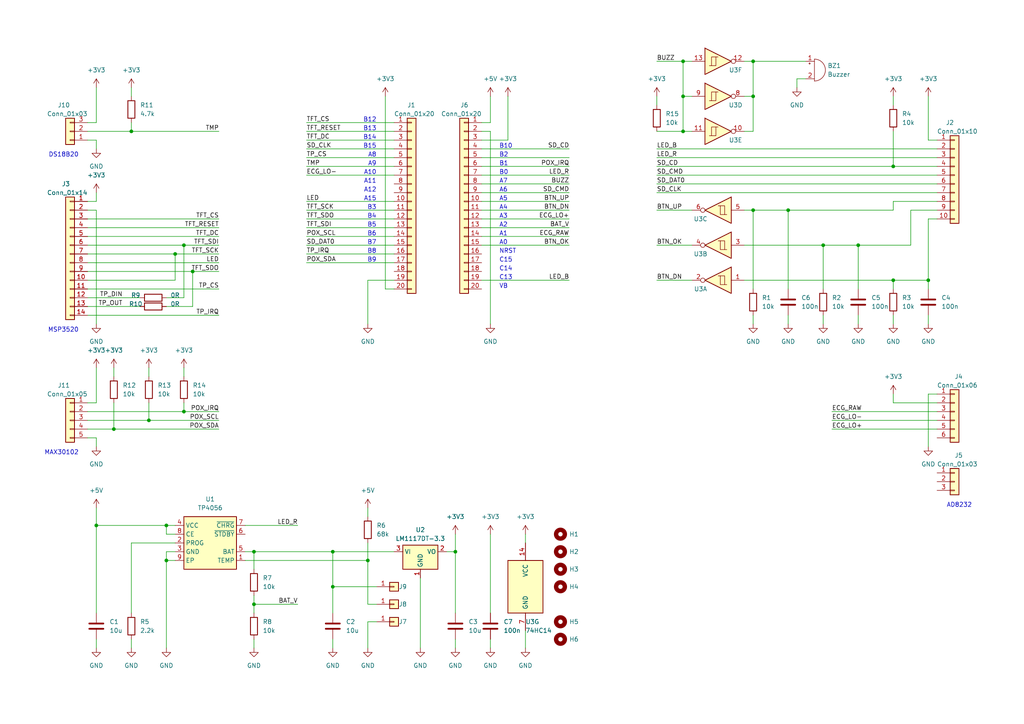
<source format=kicad_sch>
(kicad_sch (version 20230121) (generator eeschema)
  (paper "A4")
  (lib_symbols
    (symbol "74xx:74HC14" (pin_names (offset 1.016))
      (property "Reference" "U" (at 0 1.27 0))
      (property "Value" "74HC14" (at 0 -1.27 0))
      (symbol "74HC14_1_0"
        (pin input line (at -7.62 0 0) (length 3.81) (name "~") (number "1"))
        (pin output inverted (at 7.62 0 180) (length 3.81) (name "~") (number "2"))
      )
      (symbol "74HC14_2_0"
        (pin input line (at -7.62 0 0) (length 3.81) (name "~") (number "3"))
        (pin output inverted (at 7.62 0 180) (length 3.81) (name "~") (number "4"))
      )
      (symbol "74HC14_3_0"
        (pin input line (at -7.62 0 0) (length 3.81) (name "~") (number "5"))
        (pin output inverted (at 7.62 0 180) (length 3.81) (name "~") (number "6"))
      )
      (symbol "74HC14_4_0"
        (pin output inverted (at 7.62 0 180) (length 3.81) (name "~") (number "8"))
        (pin input line (at -7.62 0 0) (length 3.81) (name "~") (number "9"))
      )
      (symbol "74HC14_5_0"
        (pin output inverted (at 7.62 0 180) (length 3.81) (name "~") (number "10"))
        (pin input line (at -7.62 0 0) (length 3.81) (name "~") (number "11"))
      )
      (symbol "74HC14_6_0"
        (pin output inverted (at 7.62 0 180) (length 3.81) (name "~") (number "12"))
        (pin input line (at -7.62 0 0) (length 3.81) (name "~") (number "13"))
      )
      (symbol "74HC14_7_0"
        (pin power_in line (at 0 12.7 270) (length 5.08) (name "VCC") (number "14"))
        (pin power_in line (at 0 -12.7 90) (length 5.08) (name "GND") (number "7"))
      )
    )
    (symbol "Connector_Generic:Conn_01x01" (pin_names (offset 1.016) hide)
      (property "Reference" "J" (at 0 2.54 0))
      (property "Value" "Conn_01x01" (at 0 -2.54 0))
      (symbol "Conn_01x01_1_1"
        (pin passive line (at -5.08 0 0) (length 3.81) (name "Pin_1") (number "1"))
      )
    )
    (symbol "Connector_Generic:Conn_01x03" (pin_names (offset 1.016) hide)
      (property "Reference" "J" (at 0 5.08 0))
      (property "Value" "Conn_01x03" (at 0 -5.08 0))
      (symbol "Conn_01x03_1_1"
        (pin passive line (at -5.08 2.54 0) (length 3.81) (name "Pin_1") (number "1"))
        (pin passive line (at -5.08 0 0) (length 3.81) (name "Pin_2") (number "2"))
        (pin passive line (at -5.08 -2.54 0) (length 3.81) (name "Pin_3") (number "3"))
      )
    )
    (symbol "Connector_Generic:Conn_01x05" (pin_names (offset 1.016) hide)
      (property "Reference" "J" (at 0 7.62 0))
      (property "Value" "Conn_01x05" (at 0 -7.62 0))
      (symbol "Conn_01x05_1_1"
        (pin passive line (at -5.08 5.08 0) (length 3.81) (name "Pin_1") (number "1"))
        (pin passive line (at -5.08 2.54 0) (length 3.81) (name "Pin_2") (number "2"))
        (pin passive line (at -5.08 0 0) (length 3.81) (name "Pin_3") (number "3"))
        (pin passive line (at -5.08 -2.54 0) (length 3.81) (name "Pin_4") (number "4"))
        (pin passive line (at -5.08 -5.08 0) (length 3.81) (name "Pin_5") (number "5"))
      )
    )
    (symbol "Connector_Generic:Conn_01x06" (pin_names (offset 1.016) hide)
      (property "Reference" "J" (at 0 7.62 0))
      (property "Value" "Conn_01x06" (at 0 -10.16 0))
      (symbol "Conn_01x06_1_1"
        (pin passive line (at -5.08 5.08 0) (length 3.81) (name "Pin_1") (number "1"))
        (pin passive line (at -5.08 2.54 0) (length 3.81) (name "Pin_2") (number "2"))
        (pin passive line (at -5.08 0 0) (length 3.81) (name "Pin_3") (number "3"))
        (pin passive line (at -5.08 -2.54 0) (length 3.81) (name "Pin_4") (number "4"))
        (pin passive line (at -5.08 -5.08 0) (length 3.81) (name "Pin_5") (number "5"))
        (pin passive line (at -5.08 -7.62 0) (length 3.81) (name "Pin_6") (number "6"))
      )
    )
    (symbol "Connector_Generic:Conn_01x10" (pin_names (offset 1.016) hide)
      (property "Reference" "J" (at 0 12.7 0))
      (property "Value" "Conn_01x10" (at 0 -15.24 0))
      (symbol "Conn_01x10_1_1"
        (pin passive line (at -5.08 10.16 0) (length 3.81) (name "Pin_1") (number "1"))
        (pin passive line (at -5.08 -12.7 0) (length 3.81) (name "Pin_10") (number "10"))
        (pin passive line (at -5.08 7.62 0) (length 3.81) (name "Pin_2") (number "2"))
        (pin passive line (at -5.08 5.08 0) (length 3.81) (name "Pin_3") (number "3"))
        (pin passive line (at -5.08 2.54 0) (length 3.81) (name "Pin_4") (number "4"))
        (pin passive line (at -5.08 0 0) (length 3.81) (name "Pin_5") (number "5"))
        (pin passive line (at -5.08 -2.54 0) (length 3.81) (name "Pin_6") (number "6"))
        (pin passive line (at -5.08 -5.08 0) (length 3.81) (name "Pin_7") (number "7"))
        (pin passive line (at -5.08 -7.62 0) (length 3.81) (name "Pin_8") (number "8"))
        (pin passive line (at -5.08 -10.16 0) (length 3.81) (name "Pin_9") (number "9"))
      )
    )
    (symbol "Connector_Generic:Conn_01x14" (pin_names (offset 1.016) hide)
      (property "Reference" "J" (at 0 17.78 0))
      (property "Value" "Conn_01x14" (at 0 -20.32 0))
      (symbol "Conn_01x14_1_1"
        (pin passive line (at -5.08 15.24 0) (length 3.81) (name "Pin_1") (number "1"))
        (pin passive line (at -5.08 -7.62 0) (length 3.81) (name "Pin_10") (number "10"))
        (pin passive line (at -5.08 -10.16 0) (length 3.81) (name "Pin_11") (number "11"))
        (pin passive line (at -5.08 -12.7 0) (length 3.81) (name "Pin_12") (number "12"))
        (pin passive line (at -5.08 -15.24 0) (length 3.81) (name "Pin_13") (number "13"))
        (pin passive line (at -5.08 -17.78 0) (length 3.81) (name "Pin_14") (number "14"))
        (pin passive line (at -5.08 12.7 0) (length 3.81) (name "Pin_2") (number "2"))
        (pin passive line (at -5.08 10.16 0) (length 3.81) (name "Pin_3") (number "3"))
        (pin passive line (at -5.08 7.62 0) (length 3.81) (name "Pin_4") (number "4"))
        (pin passive line (at -5.08 5.08 0) (length 3.81) (name "Pin_5") (number "5"))
        (pin passive line (at -5.08 2.54 0) (length 3.81) (name "Pin_6") (number "6"))
        (pin passive line (at -5.08 0 0) (length 3.81) (name "Pin_7") (number "7"))
        (pin passive line (at -5.08 -2.54 0) (length 3.81) (name "Pin_8") (number "8"))
        (pin passive line (at -5.08 -5.08 0) (length 3.81) (name "Pin_9") (number "9"))
      )
    )
    (symbol "Connector_Generic:Conn_01x20" (pin_names (offset 1.016) hide)
      (property "Reference" "J" (at 0 25.4 0))
      (property "Value" "Conn_01x20" (at 0 -27.94 0))
      (symbol "Conn_01x20_1_1"
        (pin passive line (at -5.08 22.86 0) (length 3.81) (name "Pin_1") (number "1"))
        (pin passive line (at -5.08 0 0) (length 3.81) (name "Pin_10") (number "10"))
        (pin passive line (at -5.08 -2.54 0) (length 3.81) (name "Pin_11") (number "11"))
        (pin passive line (at -5.08 -5.08 0) (length 3.81) (name "Pin_12") (number "12"))
        (pin passive line (at -5.08 -7.62 0) (length 3.81) (name "Pin_13") (number "13"))
        (pin passive line (at -5.08 -10.16 0) (length 3.81) (name "Pin_14") (number "14"))
        (pin passive line (at -5.08 -12.7 0) (length 3.81) (name "Pin_15") (number "15"))
        (pin passive line (at -5.08 -15.24 0) (length 3.81) (name "Pin_16") (number "16"))
        (pin passive line (at -5.08 -17.78 0) (length 3.81) (name "Pin_17") (number "17"))
        (pin passive line (at -5.08 -20.32 0) (length 3.81) (name "Pin_18") (number "18"))
        (pin passive line (at -5.08 -22.86 0) (length 3.81) (name "Pin_19") (number "19"))
        (pin passive line (at -5.08 20.32 0) (length 3.81) (name "Pin_2") (number "2"))
        (pin passive line (at -5.08 -25.4 0) (length 3.81) (name "Pin_20") (number "20"))
        (pin passive line (at -5.08 17.78 0) (length 3.81) (name "Pin_3") (number "3"))
        (pin passive line (at -5.08 15.24 0) (length 3.81) (name "Pin_4") (number "4"))
        (pin passive line (at -5.08 12.7 0) (length 3.81) (name "Pin_5") (number "5"))
        (pin passive line (at -5.08 10.16 0) (length 3.81) (name "Pin_6") (number "6"))
        (pin passive line (at -5.08 7.62 0) (length 3.81) (name "Pin_7") (number "7"))
        (pin passive line (at -5.08 5.08 0) (length 3.81) (name "Pin_8") (number "8"))
        (pin passive line (at -5.08 2.54 0) (length 3.81) (name "Pin_9") (number "9"))
      )
    )
    (symbol "Device:Buzzer" (pin_names (offset 0.0254) hide)
      (property "Reference" "BZ" (at 3.81 1.27 0))
      (property "Value" "Buzzer" (at 3.81 -1.27 0))
      (symbol "Buzzer_1_1"
        (pin passive line (at -2.54 2.54 0) (length 2.54) (name "+") (number "1"))
        (pin passive line (at -2.54 -2.54 0) (length 2.54) (name "-") (number "2"))
      )
    )
    (symbol "Device:C" (pin_numbers hide) (pin_names (offset 0.254))
      (property "Reference" "C" (at 0.635 2.54 0))
      (property "Value" "C" (at 0.635 -2.54 0))
      (symbol "C_1_1"
        (pin passive line (at 0 3.81 270) (length 2.794) (name "~") (number "1"))
        (pin passive line (at 0 -3.81 90) (length 2.794) (name "~") (number "2"))
      )
    )
    (symbol "Device:R" (pin_numbers hide) (pin_names (offset 0))
      (property "Reference" "R" (at 2.032 0 90))
      (property "Value" "R" (at 0 0 90))
      (symbol "R_1_1"
        (pin passive line (at 0 3.81 270) (length 1.27) (name "~") (number "1"))
        (pin passive line (at 0 -3.81 90) (length 1.27) (name "~") (number "2"))
      )
    )
    (symbol "Mechanical:MountingHole" (pin_names (offset 1.016))
      (property "Reference" "H" (at 0 5.08 0))
      (property "Value" "MountingHole" (at 0 3.175 0))
    )
    (symbol "Regulator_Linear:LM1117DT-3.3"
      (property "Reference" "U" (at -3.81 3.175 0))
      (property "Value" "LM1117DT-3.3" (at 0 3.175 0))
      (symbol "LM1117DT-3.3_1_1"
        (pin power_in line (at 0 -7.62 90) (length 2.54) (name "GND") (number "1"))
        (pin power_out line (at 7.62 0 180) (length 2.54) (name "VO") (number "2"))
        (pin power_in line (at -7.62 0 0) (length 2.54) (name "VI") (number "3"))
      )
    )
    (symbol "USER:TP4056"
      (property "Reference" "U" (at 2.54 6.35 0))
      (property "Value" "TP4056" (at 2.54 3.81 0))
      (symbol "TP4056_1_1"
        (pin input line (at 20.32 -10.16 180) (length 2.54) (name "TEMP") (number "1"))
        (pin input line (at 0 -5.08 0) (length 2.54) (name "PROG") (number "2"))
        (pin power_in line (at 0 -7.62 0) (length 2.54) (name "GND") (number "3"))
        (pin power_in line (at 0 0 0) (length 2.54) (name "VCC") (number "4"))
        (pin power_out line (at 20.32 -7.62 180) (length 2.54) (name "BAT") (number "5"))
        (pin open_collector line (at 20.32 -2.54 180) (length 2.54) (name "~{STDBY}") (number "6"))
        (pin open_collector line (at 20.32 0 180) (length 2.54) (name "~{CHRG}") (number "7"))
        (pin input line (at 0 -2.54 0) (length 2.54) (name "CE") (number "8"))
        (pin passive line (at 0 -10.16 0) (length 2.54) (name "EP") (number "9"))
      )
    )
    (symbol "power:+3V3" (power) (pin_names (offset 0))
      (property "Value" "+3V3" (at 0 3.556 0))
      (symbol "+3V3_1_1"
        (pin power_in line (at 0 0 90) (length 0) hide (name "+3V3") (number "1"))
      )
    )
    (symbol "power:+5V" (power) (pin_names (offset 0))
      (property "Value" "+5V" (at 0 3.556 0))
      (symbol "+5V_1_1"
        (pin power_in line (at 0 0 90) (length 0) hide (name "+5V") (number "1"))
      )
    )
    (symbol "power:GND" (power) (pin_names (offset 0))
      (property "Value" "GND" (at 0 -3.81 0))
      (symbol "GND_1_1"
        (pin power_in line (at 0 0 270) (length 0) hide (name "GND") (number "1"))
      )
    )
  )
  (junction (at 198.12 17.78))
  (junction (at 238.76 71.12))
  (junction (at 198.12 27.94))
  (junction (at 259.08 48.26))
  (junction (at 53.34 71.12))
  (junction (at 218.44 60.96))
  (junction (at 33.02 124.46))
  (junction (at 218.44 17.78))
  (junction (at 48.26 162.56))
  (junction (at 53.34 119.38))
  (junction (at 50.8 73.66))
  (junction (at 248.92 71.12))
  (junction (at 96.52 160.02))
  (junction (at 48.26 152.4))
  (junction (at 73.66 175.26))
  (junction (at 198.12 38.1))
  (junction (at 38.1 38.1))
  (junction (at 228.6 60.96))
  (junction (at 96.52 170.18))
  (junction (at 218.44 27.94))
  (junction (at 259.08 81.28))
  (junction (at 106.68 162.56))
  (junction (at 43.18 121.92))
  (junction (at 73.66 160.02))
  (junction (at 27.94 152.4))
  (junction (at 132.08 160.02))
  (junction (at 55.88 78.74))
  (junction (at 269.24 81.28))
  (wire (pts (xy 106.68 162.56) (xy 71.12 162.56)))
  (wire (pts (xy 218.44 27.94) (xy 215.9 27.94)))
  (wire (pts (xy 27.94 116.84) (xy 27.94 106.68)))
  (wire (pts (xy 25.4 58.42) (xy 27.94 58.42)))
  (wire (pts (xy 38.1 157.48) (xy 38.1 177.8)))
  (wire (pts (xy 25.4 88.9) (xy 40.64 88.9)))
  (wire (pts (xy 139.7 38.1) (xy 142.24 38.1)))
  (wire (pts (xy 259.08 114.3) (xy 259.08 116.84)))
  (wire (pts (xy 264.16 71.12) (xy 248.92 71.12)))
  (wire (pts (xy 25.4 91.44) (xy 63.5 91.44)))
  (wire (pts (xy 106.68 81.28) (xy 106.68 93.98)))
  (wire (pts (xy 248.92 71.12) (xy 248.92 83.82)))
  (wire (pts (xy 48.26 160.02) (xy 48.26 162.56)))
  (wire (pts (xy 33.02 106.68) (xy 33.02 109.22)))
  (wire (pts (xy 259.08 81.28) (xy 269.24 81.28)))
  (wire (pts (xy 259.08 116.84) (xy 271.78 116.84)))
  (wire (pts (xy 152.4 182.88) (xy 152.4 187.96)))
  (wire (pts (xy 106.68 157.48) (xy 106.68 162.56)))
  (wire (pts (xy 27.94 129.54) (xy 27.94 127)))
  (wire (pts (xy 43.18 106.68) (xy 43.18 109.22)))
  (wire (pts (xy 198.12 17.78) (xy 198.12 27.94)))
  (wire (pts (xy 259.08 91.44) (xy 259.08 93.98)))
  (wire (pts (xy 25.4 73.66) (xy 50.8 73.66)))
  (wire (pts (xy 132.08 160.02) (xy 132.08 154.94)))
  (wire (pts (xy 269.24 63.5) (xy 269.24 81.28)))
  (wire (pts (xy 259.08 27.94) (xy 259.08 30.48)))
  (wire (pts (xy 241.3 121.92) (xy 271.78 121.92)))
  (wire (pts (xy 55.88 78.74) (xy 63.5 78.74)))
  (wire (pts (xy 38.1 35.56) (xy 38.1 38.1)))
  (wire (pts (xy 27.94 58.42) (xy 27.94 55.88)))
  (wire (pts (xy 106.68 162.56) (xy 106.68 175.26)))
  (wire (pts (xy 248.92 91.44) (xy 248.92 93.98)))
  (wire (pts (xy 264.16 71.12) (xy 264.16 60.96)))
  (wire (pts (xy 71.12 152.4) (xy 86.36 152.4)))
  (wire (pts (xy 152.4 154.94) (xy 152.4 157.48)))
  (wire (pts (xy 114.3 83.82) (xy 111.76 83.82)))
  (wire (pts (xy 53.34 71.12) (xy 63.5 71.12)))
  (wire (pts (xy 190.5 43.18) (xy 271.78 43.18)))
  (wire (pts (xy 96.52 185.42) (xy 96.52 187.96)))
  (wire (pts (xy 259.08 81.28) (xy 259.08 83.82)))
  (wire (pts (xy 139.7 40.64) (xy 147.32 40.64)))
  (wire (pts (xy 139.7 48.26) (xy 165.1 48.26)))
  (wire (pts (xy 48.26 154.94) (xy 48.26 152.4)))
  (wire (pts (xy 132.08 185.42) (xy 132.08 187.96)))
  (wire (pts (xy 142.24 154.94) (xy 142.24 177.8)))
  (wire (pts (xy 111.76 27.94) (xy 111.76 83.82)))
  (wire (pts (xy 259.08 60.96) (xy 228.6 60.96)))
  (wire (pts (xy 53.34 86.36) (xy 53.34 71.12)))
  (wire (pts (xy 198.12 17.78) (xy 200.66 17.78)))
  (wire (pts (xy 139.7 45.72) (xy 165.1 45.72)))
  (wire (pts (xy 215.9 17.78) (xy 218.44 17.78)))
  (wire (pts (xy 139.7 68.58) (xy 165.1 68.58)))
  (wire (pts (xy 139.7 63.5) (xy 165.1 63.5)))
  (wire (pts (xy 190.5 50.8) (xy 271.78 50.8)))
  (wire (pts (xy 109.22 175.26) (xy 106.68 175.26)))
  (wire (pts (xy 241.3 124.46) (xy 271.78 124.46)))
  (wire (pts (xy 27.94 40.64) (xy 25.4 40.64)))
  (wire (pts (xy 218.44 60.96) (xy 218.44 83.82)))
  (wire (pts (xy 142.24 38.1) (xy 142.24 93.98)))
  (wire (pts (xy 269.24 91.44) (xy 269.24 93.98)))
  (wire (pts (xy 109.22 170.18) (xy 96.52 170.18)))
  (wire (pts (xy 147.32 27.94) (xy 147.32 40.64)))
  (wire (pts (xy 139.7 60.96) (xy 165.1 60.96)))
  (wire (pts (xy 233.68 22.86) (xy 231.14 22.86)))
  (wire (pts (xy 198.12 27.94) (xy 200.66 27.94)))
  (wire (pts (xy 218.44 38.1) (xy 218.44 27.94)))
  (wire (pts (xy 73.66 160.02) (xy 71.12 160.02)))
  (wire (pts (xy 73.66 160.02) (xy 73.66 165.1)))
  (wire (pts (xy 88.9 73.66) (xy 114.3 73.66)))
  (wire (pts (xy 96.52 170.18) (xy 96.52 177.8)))
  (wire (pts (xy 88.9 38.1) (xy 114.3 38.1)))
  (wire (pts (xy 238.76 71.12) (xy 238.76 83.82)))
  (wire (pts (xy 198.12 27.94) (xy 198.12 38.1)))
  (wire (pts (xy 88.9 43.18) (xy 114.3 43.18)))
  (wire (pts (xy 190.5 45.72) (xy 271.78 45.72)))
  (wire (pts (xy 43.18 116.84) (xy 43.18 121.92)))
  (wire (pts (xy 96.52 160.02) (xy 114.3 160.02)))
  (wire (pts (xy 88.9 63.5) (xy 114.3 63.5)))
  (wire (pts (xy 259.08 38.1) (xy 259.08 48.26)))
  (wire (pts (xy 50.8 73.66) (xy 63.5 73.66)))
  (wire (pts (xy 139.7 35.56) (xy 142.24 35.56)))
  (wire (pts (xy 96.52 160.02) (xy 96.52 170.18)))
  (wire (pts (xy 259.08 48.26) (xy 271.78 48.26)))
  (wire (pts (xy 25.4 71.12) (xy 53.34 71.12)))
  (wire (pts (xy 139.7 58.42) (xy 165.1 58.42)))
  (wire (pts (xy 88.9 58.42) (xy 114.3 58.42)))
  (wire (pts (xy 190.5 38.1) (xy 198.12 38.1)))
  (wire (pts (xy 88.9 40.64) (xy 114.3 40.64)))
  (wire (pts (xy 269.24 40.64) (xy 271.78 40.64)))
  (wire (pts (xy 88.9 60.96) (xy 114.3 60.96)))
  (wire (pts (xy 73.66 175.26) (xy 73.66 177.8)))
  (wire (pts (xy 218.44 17.78) (xy 233.68 17.78)))
  (wire (pts (xy 88.9 35.56) (xy 114.3 35.56)))
  (wire (pts (xy 43.18 121.92) (xy 63.5 121.92)))
  (wire (pts (xy 190.5 81.28) (xy 200.66 81.28)))
  (wire (pts (xy 48.26 162.56) (xy 50.8 162.56)))
  (wire (pts (xy 88.9 48.26) (xy 114.3 48.26)))
  (wire (pts (xy 142.24 27.94) (xy 142.24 35.56)))
  (wire (pts (xy 190.5 53.34) (xy 271.78 53.34)))
  (wire (pts (xy 25.4 81.28) (xy 50.8 81.28)))
  (wire (pts (xy 25.4 121.92) (xy 43.18 121.92)))
  (wire (pts (xy 215.9 81.28) (xy 259.08 81.28)))
  (wire (pts (xy 25.4 66.04) (xy 63.5 66.04)))
  (wire (pts (xy 238.76 71.12) (xy 248.92 71.12)))
  (wire (pts (xy 27.94 185.42) (xy 27.94 187.96)))
  (wire (pts (xy 190.5 71.12) (xy 200.66 71.12)))
  (wire (pts (xy 27.94 147.32) (xy 27.94 152.4)))
  (wire (pts (xy 25.4 78.74) (xy 55.88 78.74)))
  (wire (pts (xy 106.68 180.34) (xy 106.68 187.96)))
  (wire (pts (xy 48.26 88.9) (xy 55.88 88.9)))
  (wire (pts (xy 27.94 60.96) (xy 25.4 60.96)))
  (wire (pts (xy 53.34 119.38) (xy 63.5 119.38)))
  (wire (pts (xy 269.24 63.5) (xy 271.78 63.5)))
  (wire (pts (xy 231.14 22.86) (xy 231.14 25.4)))
  (wire (pts (xy 73.66 185.42) (xy 73.66 187.96)))
  (wire (pts (xy 38.1 25.4) (xy 38.1 27.94)))
  (wire (pts (xy 238.76 91.44) (xy 238.76 93.98)))
  (wire (pts (xy 215.9 71.12) (xy 238.76 71.12)))
  (wire (pts (xy 25.4 83.82) (xy 63.5 83.82)))
  (wire (pts (xy 139.7 43.18) (xy 165.1 43.18)))
  (wire (pts (xy 264.16 60.96) (xy 271.78 60.96)))
  (wire (pts (xy 215.9 60.96) (xy 218.44 60.96)))
  (wire (pts (xy 215.9 38.1) (xy 218.44 38.1)))
  (wire (pts (xy 50.8 154.94) (xy 48.26 154.94)))
  (wire (pts (xy 53.34 116.84) (xy 53.34 119.38)))
  (wire (pts (xy 48.26 187.96) (xy 48.26 162.56)))
  (wire (pts (xy 269.24 81.28) (xy 269.24 83.82)))
  (wire (pts (xy 139.7 71.12) (xy 165.1 71.12)))
  (wire (pts (xy 88.9 50.8) (xy 114.3 50.8)))
  (wire (pts (xy 269.24 27.94) (xy 269.24 40.64)))
  (wire (pts (xy 25.4 119.38) (xy 53.34 119.38)))
  (wire (pts (xy 25.4 116.84) (xy 27.94 116.84)))
  (wire (pts (xy 38.1 38.1) (xy 63.5 38.1)))
  (wire (pts (xy 190.5 55.88) (xy 271.78 55.88)))
  (wire (pts (xy 129.54 160.02) (xy 132.08 160.02)))
  (wire (pts (xy 139.7 66.04) (xy 165.1 66.04)))
  (wire (pts (xy 50.8 160.02) (xy 48.26 160.02)))
  (wire (pts (xy 198.12 38.1) (xy 200.66 38.1)))
  (wire (pts (xy 33.02 124.46) (xy 63.5 124.46)))
  (wire (pts (xy 50.8 73.66) (xy 50.8 81.28)))
  (wire (pts (xy 88.9 45.72) (xy 114.3 45.72)))
  (wire (pts (xy 228.6 91.44) (xy 228.6 93.98)))
  (wire (pts (xy 218.44 91.44) (xy 218.44 93.98)))
  (wire (pts (xy 50.8 157.48) (xy 38.1 157.48)))
  (wire (pts (xy 190.5 48.26) (xy 259.08 48.26)))
  (wire (pts (xy 38.1 185.42) (xy 38.1 187.96)))
  (wire (pts (xy 139.7 50.8) (xy 165.1 50.8)))
  (wire (pts (xy 73.66 172.72) (xy 73.66 175.26)))
  (wire (pts (xy 139.7 55.88) (xy 165.1 55.88)))
  (wire (pts (xy 25.4 38.1) (xy 38.1 38.1)))
  (wire (pts (xy 88.9 71.12) (xy 114.3 71.12)))
  (wire (pts (xy 190.5 17.78) (xy 198.12 17.78)))
  (wire (pts (xy 218.44 60.96) (xy 228.6 60.96)))
  (wire (pts (xy 190.5 60.96) (xy 200.66 60.96)))
  (wire (pts (xy 139.7 81.28) (xy 165.1 81.28)))
  (wire (pts (xy 27.94 152.4) (xy 27.94 177.8)))
  (wire (pts (xy 269.24 114.3) (xy 271.78 114.3)))
  (wire (pts (xy 190.5 27.94) (xy 190.5 30.48)))
  (wire (pts (xy 27.94 127) (xy 25.4 127)))
  (wire (pts (xy 121.92 187.96) (xy 121.92 167.64)))
  (wire (pts (xy 228.6 60.96) (xy 228.6 83.82)))
  (wire (pts (xy 241.3 119.38) (xy 271.78 119.38)))
  (wire (pts (xy 88.9 76.2) (xy 114.3 76.2)))
  (wire (pts (xy 259.08 58.42) (xy 271.78 58.42)))
  (wire (pts (xy 27.94 93.98) (xy 27.94 60.96)))
  (wire (pts (xy 73.66 175.26) (xy 86.36 175.26)))
  (wire (pts (xy 53.34 106.68) (xy 53.34 109.22)))
  (wire (pts (xy 106.68 147.32) (xy 106.68 149.86)))
  (wire (pts (xy 33.02 116.84) (xy 33.02 124.46)))
  (wire (pts (xy 259.08 60.96) (xy 259.08 58.42)))
  (wire (pts (xy 48.26 152.4) (xy 50.8 152.4)))
  (wire (pts (xy 25.4 86.36) (xy 40.64 86.36)))
  (wire (pts (xy 132.08 160.02) (xy 132.08 177.8)))
  (wire (pts (xy 25.4 76.2) (xy 63.5 76.2)))
  (wire (pts (xy 25.4 35.56) (xy 27.94 35.56)))
  (wire (pts (xy 88.9 66.04) (xy 114.3 66.04)))
  (wire (pts (xy 142.24 185.42) (xy 142.24 187.96)))
  (wire (pts (xy 218.44 17.78) (xy 218.44 27.94)))
  (wire (pts (xy 27.94 43.18) (xy 27.94 40.64)))
  (wire (pts (xy 48.26 86.36) (xy 53.34 86.36)))
  (wire (pts (xy 139.7 53.34) (xy 165.1 53.34)))
  (wire (pts (xy 27.94 152.4) (xy 48.26 152.4)))
  (wire (pts (xy 25.4 68.58) (xy 63.5 68.58)))
  (wire (pts (xy 25.4 63.5) (xy 63.5 63.5)))
  (wire (pts (xy 88.9 68.58) (xy 114.3 68.58)))
  (wire (pts (xy 25.4 124.46) (xy 33.02 124.46)))
  (wire (pts (xy 73.66 160.02) (xy 96.52 160.02)))
  (wire (pts (xy 109.22 180.34) (xy 106.68 180.34)))
  (wire (pts (xy 55.88 88.9) (xy 55.88 78.74)))
  (wire (pts (xy 114.3 81.28) (xy 106.68 81.28)))
  (wire (pts (xy 269.24 114.3) (xy 269.24 129.54)))
  (wire (pts (xy 27.94 35.56) (xy 27.94 25.4)))
  (text "B15" (at 109.22 43.18 0) (effects (font (size 1.27 1.27)) (justify right bottom)))
  (text "A11" (at 109.22 53.34 0) (effects (font (size 1.27 1.27)) (justify right bottom)))
  (text "A9" (at 109.22 48.26 0) (effects (font (size 1.27 1.27)) (justify right bottom)))
  (text "VB" (at 144.78 83.82 0) (effects (font (size 1.27 1.27)) (justify left bottom)))
  (text "A3" (at 144.78 63.5 0) (effects (font (size 1.27 1.27)) (justify left bottom)))
  (text "A0" (at 144.78 71.12 0) (effects (font (size 1.27 1.27)) (justify left bottom)))
  (text "A6" (at 144.78 55.88 0) (effects (font (size 1.27 1.27)) (justify left bottom)))
  (text "MSP3520" (at 22.86 96.52 0) (effects (font (size 1.27 1.27)) (justify right bottom)))
  (text "B6" (at 109.22 68.58 0) (effects (font (size 1.27 1.27)) (justify right bottom)))
  (text "B7" (at 109.22 71.12 0) (effects (font (size 1.27 1.27)) (justify right bottom)))
  (text "B5" (at 109.22 66.04 0) (effects (font (size 1.27 1.27)) (justify right bottom)))
  (text "A8" (at 109.22 45.72 0) (effects (font (size 1.27 1.27)) (justify right bottom)))
  (text "B9" (at 109.22 76.2 0) (effects (font (size 1.27 1.27)) (justify right bottom)))
  (text "A12" (at 109.22 55.88 0) (effects (font (size 1.27 1.27)) (justify right bottom)))
  (text "A5" (at 144.78 58.42 0) (effects (font (size 1.27 1.27)) (justify left bottom)))
  (text "AD8232" (at 281.94 147.32 0) (effects (font (size 1.27 1.27)) (justify right bottom)))
  (text "A7" (at 144.78 53.34 0) (effects (font (size 1.27 1.27)) (justify left bottom)))
  (text "B13" (at 109.22 38.1 0) (effects (font (size 1.27 1.27)) (justify right bottom)))
  (text "B14" (at 109.22 40.64 0) (effects (font (size 1.27 1.27)) (justify right bottom)))
  (text "A2" (at 144.78 66.04 0) (effects (font (size 1.27 1.27)) (justify left bottom)))
  (text "B0" (at 144.78 50.8 0) (effects (font (size 1.27 1.27)) (justify left bottom)))
  (text "MAX30102" (at 22.86 132.08 0) (effects (font (size 1.27 1.27)) (justify right bottom)))
  (text "NRST" (at 144.78 73.66 0) (effects (font (size 1.27 1.27)) (justify left bottom)))
  (text "C13" (at 144.78 81.28 0) (effects (font (size 1.27 1.27)) (justify left bottom)))
  (text "C15" (at 144.78 76.2 0) (effects (font (size 1.27 1.27)) (justify left bottom)))
  (text "B4" (at 109.22 63.5 0) (effects (font (size 1.27 1.27)) (justify right bottom)))
  (text "B10" (at 144.78 43.18 0) (effects (font (size 1.27 1.27)) (justify left bottom)))
  (text "B12" (at 109.22 35.56 0) (effects (font (size 1.27 1.27)) (justify right bottom)))
  (text "B3" (at 109.22 60.96 0) (effects (font (size 1.27 1.27)) (justify right bottom)))
  (text "A15" (at 109.22 58.42 0) (effects (font (size 1.27 1.27)) (justify right bottom)))
  (text "B2" (at 144.78 45.72 0) (effects (font (size 1.27 1.27)) (justify left bottom)))
  (text "B1" (at 144.78 48.26 0) (effects (font (size 1.27 1.27)) (justify left bottom)))
  (text "A1" (at 144.78 68.58 0) (effects (font (size 1.27 1.27)) (justify left bottom)))
  (text "A10" (at 109.22 50.8 0) (effects (font (size 1.27 1.27)) (justify right bottom)))
  (text "DS18B20" (at 22.86 45.72 0) (effects (font (size 1.27 1.27)) (justify right bottom)))
  (text "C14" (at 144.78 78.74 0) (effects (font (size 1.27 1.27)) (justify left bottom)))
  (text "B8" (at 109.22 73.66 0) (effects (font (size 1.27 1.27)) (justify right bottom)))
  (text "A4" (at 144.78 60.96 0) (effects (font (size 1.27 1.27)) (justify left bottom)))
  (label "TFT_CS" (at 63.5 63.5 180))
  (label "TFT_SCK" (at 88.9 60.96 0))
  (label "TP_IRQ" (at 88.9 73.66 0))
  (label "POX_SCL" (at 63.5 121.92 180))
  (label "BUZZ" (at 165.1 53.34 180))
  (label "ECG_LO+" (at 241.3 124.46 0))
  (label "SD_CLK" (at 190.5 55.88 0))
  (label "TFT_DC" (at 88.9 40.64 0))
  (label "TFT_DC" (at 63.5 68.58 180))
  (label "POX_SDA" (at 88.9 76.2 0))
  (label "TFT_SDO" (at 88.9 63.5 0))
  (label "ECG_LO+" (at 165.1 63.5 180))
  (label "TP_OUT" (at 35.56 88.9 180))
  (label "ECG_RAW" (at 165.1 68.58 180))
  (label "SD_CD" (at 165.1 43.18 180))
  (label "BAT_V" (at 165.1 66.04 180))
  (label "SD_CMD" (at 190.5 50.8 0))
  (label "TMP" (at 63.5 38.1 180))
  (label "POX_IRQ" (at 165.1 48.26 180))
  (label "TFT_SDO" (at 63.5 78.74 180))
  (label "SD_CMD" (at 165.1 55.88 180))
  (label "LED_B" (at 190.5 43.18 0))
  (label "BTN_DN" (at 165.1 60.96 180))
  (label "ECG_LO-" (at 241.3 121.92 0))
  (label "LED" (at 63.5 76.2 180))
  (label "POX_SDA" (at 63.5 124.46 180))
  (label "TFT_RESET" (at 63.5 66.04 180))
  (label "TMP" (at 88.9 48.26 0))
  (label "BTN_DN" (at 190.5 81.28 0))
  (label "SD_CLK" (at 88.9 43.18 0))
  (label "BAT_V" (at 86.36 175.26 180))
  (label "BTN_OK" (at 190.5 71.12 0))
  (label "TFT_RESET" (at 88.9 38.1 0))
  (label "TFT_SDI" (at 63.5 71.12 180))
  (label "TP_IRQ" (at 63.5 91.44 180))
  (label "TFT_SCK" (at 63.5 73.66 180))
  (label "POX_IRQ" (at 63.5 119.38 180))
  (label "LED_R" (at 190.5 45.72 0))
  (label "TFT_CS" (at 88.9 35.56 0))
  (label "ECG_LO-" (at 88.9 50.8 0))
  (label "SD_DAT0" (at 190.5 53.34 0))
  (label "POX_SCL" (at 88.9 68.58 0))
  (label "SD_CD" (at 190.5 48.26 0))
  (label "LED_B" (at 165.1 81.28 180))
  (label "TP_CS" (at 63.5 83.82 180))
  (label "BTN_UP" (at 165.1 58.42 180))
  (label "TP_DIN" (at 35.56 86.36 180))
  (label "LED_R" (at 86.36 152.4 180))
  (label "BTN_UP" (at 190.5 60.96 0))
  (label "SD_DAT0" (at 88.9 71.12 0))
  (label "LED" (at 88.9 58.42 0))
  (label "TP_CS" (at 88.9 45.72 0))
  (label "TFT_SDI" (at 88.9 66.04 0))
  (label "BUZZ" (at 190.5 17.78 0))
  (label "BTN_OK" (at 165.1 71.12 180))
  (label "LED_R" (at 165.1 50.8 180))
  (label "ECG_RAW" (at 241.3 119.38 0))
  (symbol (lib_id "Device:C") (at 27.94 181.61 0) (unit 1)
    (property "Reference" "C1" (at 31.75 180.34 0) (effects (justify left)))
    (property "Value" "10u" (at 31.75 182.88 0) (effects (justify left)))
    (property "Footprint" "Capacitor_SMD:C_0805_2012Metric_Pad1.18x1.45mm_HandSolder" (effects hide))
  )
  (symbol (lib_id "power:GND") (at 132.08 187.96 0) (unit 1)
    (property "Reference" "#PWR023" (effects hide))
    (property "Value" "GND" (at 132.08 193.04 0))
  )
  (symbol (lib_id "power:+5V") (at 142.24 27.94 0) (unit 1)
    (property "Reference" "#PWR06" (effects hide))
    (property "Value" "+5V" (at 142.24 22.86 0))
  )
  (symbol (lib_id "Device:R") (at 259.08 87.63 0) (unit 1)
    (property "Reference" "R3" (at 261.62 86.36 0) (effects (justify left)))
    (property "Value" "10k" (at 261.62 88.9 0) (effects (justify left)))
    (property "Footprint" "Resistor_SMD:R_0603_1608Metric_Pad0.98x0.95mm_HandSolder" (effects hide))
  )
  (symbol (lib_id "power:+3V3") (at 259.08 114.3 0) (unit 1)
    (property "Reference" "#PWR011" (effects hide))
    (property "Value" "+3V3" (at 259.08 109.22 0))
  )
  (symbol (lib_id "power:GND") (at 248.92 93.98 0) (unit 1)
    (property "Reference" "#PWR029" (effects hide))
    (property "Value" "GND" (at 248.92 99.06 0))
  )
  (symbol (lib_id "Device:C") (at 142.24 181.61 0) (unit 1)
    (property "Reference" "C7" (at 146.05 180.34 0) (effects (justify left)))
    (property "Value" "100n" (at 146.05 182.88 0) (effects (justify left)))
    (property "Footprint" "Capacitor_SMD:C_0603_1608Metric_Pad1.08x0.95mm_HandSolder" (effects hide))
  )
  (symbol (lib_id "power:+3V3") (at 38.1 25.4 0) (unit 1)
    (property "Reference" "#PWR034" (effects hide))
    (property "Value" "+3V3" (at 38.1 20.32 0))
  )
  (symbol (lib_id "Device:R") (at 43.18 113.03 0) (unit 1)
    (property "Reference" "R13" (at 45.72 111.76 0) (effects (justify left)))
    (property "Value" "10k" (at 45.72 114.3 0) (effects (justify left)))
    (property "Footprint" "Resistor_SMD:R_0603_1608Metric_Pad0.98x0.95mm_HandSolder" (effects hide))
  )
  (symbol (lib_id "Device:Buzzer") (at 236.22 20.32 0) (unit 1)
    (property "Reference" "BZ1" (at 240.03 19.05 0) (effects (justify left)))
    (property "Value" "Buzzer" (at 240.03 21.59 0) (effects (justify left)))
    (property "Footprint" "Buzzer_Beeper:Buzzer_15x7.5RM7.6" (effects hide))
  )
  (symbol (lib_id "power:+3V3") (at 27.94 55.88 0) (unit 1)
    (property "Reference" "#PWR02" (effects hide))
    (property "Value" "+3V3" (at 27.94 50.8 0))
  )
  (symbol (lib_id "Connector_Generic:Conn_01x03") (at 20.32 38.1 180) (unit 1)
    (property "Reference" "J10" (at 20.32 30.48 0) (effects (justify left)))
    (property "Value" "Conn_01x03" (at 25.4 33.02 0) (effects (justify left)))
    (property "Footprint" "Connector_PinSocket_2.54mm:PinSocket_1x03_P2.54mm_Vertical" (effects hide))
  )
  (symbol (lib_id "power:+3V3") (at 190.5 27.94 0) (unit 1)
    (property "Reference" "#PWR042" (effects hide))
    (property "Value" "+3V3" (at 190.5 22.86 0))
  )
  (symbol (lib_id "Device:C") (at 248.92 87.63 0) (unit 1)
    (property "Reference" "C5" (at 252.73 86.36 0) (effects (justify left)))
    (property "Value" "100n" (at 252.73 88.9 0) (effects (justify left)))
    (property "Footprint" "Capacitor_SMD:C_0603_1608Metric_Pad1.08x0.95mm_HandSolder" (effects hide))
  )
  (symbol (lib_id "power:GND") (at 259.08 93.98 0) (unit 1)
    (property "Reference" "#PWR016" (effects hide))
    (property "Value" "GND" (at 259.08 99.06 0))
  )
  (symbol (lib_id "Connector_Generic:Conn_01x03") (at 276.86 139.7 0) (unit 1)
    (property "Reference" "J5" (at 276.86 132.08 0) (effects (justify left)))
    (property "Value" "Conn_01x03" (at 271.78 134.62 0) (effects (justify left)))
    (property "Footprint" "Connector_PinSocket_2.54mm:PinSocket_1x03_P2.54mm_Vertical" (effects hide))
  )
  (symbol (lib_id "Device:R") (at 73.66 181.61 0) (unit 1)
    (property "Reference" "R8" (at 76.2 180.34 0) (effects (justify left)))
    (property "Value" "10k" (at 76.2 182.88 0) (effects (justify left)))
    (property "Footprint" "Resistor_SMD:R_0603_1608Metric_Pad0.98x0.95mm_HandSolder" (effects hide))
  )
  (symbol (lib_id "74xx:74HC14") (at 208.28 17.78 0) (unit 6)
    (property "Reference" "U3" (at 213.36 20.32 0))
    (property "Value" "74HC14" (effects hide))
    (property "Footprint" "Package_SO:SO-14_3.9x8.65mm_P1.27mm" (effects hide))
    (property "Datasheet" "http://www.ti.com/lit/gpn/sn74HC14" (effects hide))
  )
  (symbol (lib_id "74xx:74HC14") (at 152.4 170.18 0) (unit 7)
    (property "Reference" "U3" (at 152.4 180.34 0) (effects (justify left)))
    (property "Value" "74HC14" (at 152.4 182.88 0) (effects (justify left)))
    (property "Footprint" "Package_SO:SO-14_3.9x8.65mm_P1.27mm" (effects hide))
    (property "Datasheet" "http://www.ti.com/lit/gpn/sn74HC14" (effects hide))
  )
  (symbol (lib_id "Device:R") (at 53.34 113.03 0) (unit 1)
    (property "Reference" "R14" (at 55.88 111.76 0) (effects (justify left)))
    (property "Value" "10k" (at 55.88 114.3 0) (effects (justify left)))
    (property "Footprint" "Resistor_SMD:R_0603_1608Metric_Pad0.98x0.95mm_HandSolder" (effects hide))
  )
  (symbol (lib_id "power:GND") (at 121.92 187.96 0) (unit 1)
    (property "Reference" "#PWR010" (effects hide))
    (property "Value" "GND" (at 121.92 193.04 0))
  )
  (symbol (lib_id "Device:R") (at 73.66 168.91 0) (unit 1)
    (property "Reference" "R7" (at 76.2 167.64 0) (effects (justify left)))
    (property "Value" "10k" (at 76.2 170.18 0) (effects (justify left)))
    (property "Footprint" "Resistor_SMD:R_0603_1608Metric_Pad0.98x0.95mm_HandSolder" (effects hide))
  )
  (symbol (lib_id "Device:R") (at 44.45 86.36 90) (unit 1)
    (property "Reference" "R9" (at 39.37 86.36 90) (effects (justify top)))
    (property "Value" "0R" (at 50.8 86.36 90) (effects (justify top)))
    (property "Footprint" "Resistor_SMD:R_0603_1608Metric_Pad0.98x0.95mm_HandSolder" (effects hide))
  )
  (symbol (lib_id "power:GND") (at 142.24 93.98 0) (unit 1)
    (property "Reference" "#PWR07" (effects hide))
    (property "Value" "GND" (at 142.24 99.06 0))
  )
  (symbol (lib_id "power:GND") (at 218.44 93.98 0) (unit 1)
    (property "Reference" "#PWR014" (effects hide))
    (property "Value" "GND" (at 218.44 99.06 0))
  )
  (symbol (lib_id "power:+3V3") (at 132.08 154.94 0) (unit 1)
    (property "Reference" "#PWR09" (effects hide))
    (property "Value" "+3V3" (at 132.08 149.86 0))
  )
  (symbol (lib_id "Device:R") (at 218.44 87.63 0) (unit 1)
    (property "Reference" "R1" (at 220.98 86.36 0) (effects (justify left)))
    (property "Value" "10k" (at 220.98 88.9 0) (effects (justify left)))
    (property "Footprint" "Resistor_SMD:R_0603_1608Metric_Pad0.98x0.95mm_HandSolder" (effects hide))
  )
  (symbol (lib_id "74xx:74HC14") (at 208.28 71.12 0) (mirror y) (unit 2)
    (property "Reference" "U3" (at 203.2 73.66 0))
    (property "Value" "74HC14" (effects hide))
    (property "Footprint" "Package_SO:SO-14_3.9x8.65mm_P1.27mm" (effects hide))
    (property "Datasheet" "http://www.ti.com/lit/gpn/sn74HC14" (effects hide))
  )
  (symbol (lib_id "74xx:74HC14") (at 208.28 38.1 0) (unit 5)
    (property "Reference" "U3" (at 213.36 40.64 0))
    (property "Value" "74HC14" (effects hide))
    (property "Footprint" "Package_SO:SO-14_3.9x8.65mm_P1.27mm" (effects hide))
    (property "Datasheet" "http://www.ti.com/lit/gpn/sn74HC14" (effects hide))
  )
  (symbol (lib_id "power:GND") (at 152.4 187.96 0) (unit 1)
    (property "Reference" "#PWR025" (effects hide))
    (property "Value" "GND" (at 152.4 193.04 0))
  )
  (symbol (lib_id "Mechanical:MountingHole") (at 162.56 154.94 0) (unit 1)
    (property "Reference" "H1" (at 165.1 154.94 0) (effects (justify left)))
    (property "Value" "MountingHole" (effects hide))
    (property "Footprint" "MountingHole:MountingHole_3.2mm_M3" (effects hide))
  )
  (symbol (lib_id "power:+3V3") (at 259.08 27.94 0) (unit 1)
    (property "Reference" "#PWR017" (effects hide))
    (property "Value" "+3V3" (at 259.08 22.86 0))
  )
  (symbol (lib_id "Connector_Generic:Conn_01x10") (at 276.86 50.8 0) (unit 1)
    (property "Reference" "J2" (at 274.32 35.56 0) (effects (justify left)))
    (property "Value" "Conn_01x10" (at 271.78 38.1 0) (effects (justify left)))
    (property "Footprint" "Connector_PinSocket_2.54mm:PinSocket_1x10_P2.54mm_Vertical" (effects hide))
  )
  (symbol (lib_id "power:+3V3") (at 142.24 154.94 0) (unit 1)
    (property "Reference" "#PWR033" (effects hide))
    (property "Value" "+3V3" (at 142.24 149.86 0))
  )
  (symbol (lib_id "power:GND") (at 27.94 129.54 0) (unit 1)
    (property "Reference" "#PWR038" (effects hide))
    (property "Value" "GND" (at 27.94 134.62 0))
  )
  (symbol (lib_id "power:+3V3") (at 27.94 106.68 0) (unit 1)
    (property "Reference" "#PWR037" (effects hide))
    (property "Value" "+3V3" (at 27.94 101.6 0))
  )
  (symbol (lib_id "power:+3V3") (at 43.18 106.68 0) (unit 1)
    (property "Reference" "#PWR040" (effects hide))
    (property "Value" "+3V3" (at 43.18 101.6 0))
  )
  (symbol (lib_id "power:+3V3") (at 27.94 25.4 0) (unit 1)
    (property "Reference" "#PWR036" (effects hide))
    (property "Value" "+3V3" (at 27.94 20.32 0))
  )
  (symbol (lib_id "Device:C") (at 132.08 181.61 0) (unit 1)
    (property "Reference" "C3" (at 135.89 180.34 0) (effects (justify left)))
    (property "Value" "10u" (at 135.89 182.88 0) (effects (justify left)))
    (property "Footprint" "Capacitor_SMD:C_0805_2012Metric_Pad1.18x1.45mm_HandSolder" (effects hide))
  )
  (symbol (lib_id "power:GND") (at 27.94 43.18 0) (unit 1)
    (property "Reference" "#PWR035" (effects hide))
    (property "Value" "GND" (at 27.94 48.26 0))
  )
  (symbol (lib_id "Connector_Generic:Conn_01x14") (at 20.32 73.66 0) (mirror y) (unit 1)
    (property "Reference" "J3" (at 20.32 53.34 0) (effects (justify left)))
    (property "Value" "Conn_01x14" (at 25.4 55.88 0) (effects (justify left)))
    (property "Footprint" "Connector_PinSocket_2.54mm:PinSocket_1x14_P2.54mm_Vertical" (effects hide))
  )
  (symbol (lib_id "power:+3V3") (at 152.4 154.94 0) (unit 1)
    (property "Reference" "#PWR026" (effects hide))
    (property "Value" "+3V3" (at 152.4 149.86 0))
  )
  (symbol (lib_id "Mechanical:MountingHole") (at 162.56 165.1 0) (unit 1)
    (property "Reference" "H3" (at 165.1 165.1 0) (effects (justify left)))
    (property "Value" "MountingHole" (effects hide))
    (property "Footprint" "MountingHole:MountingHole_3.2mm_M3" (effects hide))
  )
  (symbol (lib_id "power:GND") (at 106.68 93.98 0) (unit 1)
    (property "Reference" "#PWR03" (effects hide))
    (property "Value" "GND" (at 106.68 99.06 0))
  )
  (symbol (lib_id "Device:C") (at 269.24 87.63 0) (unit 1)
    (property "Reference" "C4" (at 273.05 86.36 0) (effects (justify left)))
    (property "Value" "100n" (at 273.05 88.9 0) (effects (justify left)))
    (property "Footprint" "Capacitor_SMD:C_0603_1608Metric_Pad1.08x0.95mm_HandSolder" (effects hide))
  )
  (symbol (lib_id "power:GND") (at 96.52 187.96 0) (unit 1)
    (property "Reference" "#PWR022" (effects hide))
    (property "Value" "GND" (at 96.52 193.04 0))
  )
  (symbol (lib_id "74xx:74HC14") (at 208.28 81.28 0) (mirror y) (unit 1)
    (property "Reference" "U3" (at 203.2 83.82 0))
    (property "Value" "74HC14" (effects hide))
    (property "Footprint" "Package_SO:SO-14_3.9x8.65mm_P1.27mm" (effects hide))
    (property "Datasheet" "http://www.ti.com/lit/gpn/sn74HC14" (effects hide))
  )
  (symbol (lib_id "power:GND") (at 231.14 25.4 0) (unit 1)
    (property "Reference" "#PWR027" (effects hide))
    (property "Value" "GND" (at 231.14 30.48 0))
  )
  (symbol (lib_id "Device:C") (at 96.52 181.61 0) (unit 1)
    (property "Reference" "C2" (at 100.33 180.34 0) (effects (justify left)))
    (property "Value" "10u" (at 100.33 182.88 0) (effects (justify left)))
    (property "Footprint" "Capacitor_SMD:C_0805_2012Metric_Pad1.18x1.45mm_HandSolder" (effects hide))
  )
  (symbol (lib_id "Device:R") (at 106.68 153.67 0) (unit 1)
    (property "Reference" "R6" (at 109.22 152.4 0) (effects (justify left)))
    (property "Value" "68k" (at 109.22 154.94 0) (effects (justify left)))
    (property "Footprint" "Resistor_SMD:R_0603_1608Metric_Pad0.98x0.95mm_HandSolder" (effects hide))
  )
  (symbol (lib_id "power:GND") (at 27.94 187.96 0) (unit 1)
    (property "Reference" "#PWR021" (effects hide))
    (property "Value" "GND" (at 27.94 193.04 0))
  )
  (symbol (lib_id "Connector_Generic:Conn_01x01") (at 114.3 180.34 0) (unit 1)
    (property "Reference" "J7" (at 116.84 180.34 0))
    (property "Value" "Conn_01x01" (effects hide))
    (property "Footprint" "Connector_Wire:SolderWire-0.5sqmm_1x01_D0.9mm_OD2.3mm" (effects hide))
  )
  (symbol (lib_id "Device:R") (at 190.5 34.29 0) (unit 1)
    (property "Reference" "R15" (at 193.04 33.02 0) (effects (justify left)))
    (property "Value" "10k" (at 193.04 35.56 0) (effects (justify left)))
    (property "Footprint" "Resistor_SMD:R_0603_1608Metric_Pad0.98x0.95mm_HandSolder" (effects hide))
  )
  (symbol (lib_id "Device:R") (at 38.1 31.75 0) (unit 1)
    (property "Reference" "R11" (at 40.64 30.48 0) (effects (justify left)))
    (property "Value" "4.7k" (at 40.64 33.02 0) (effects (justify left)))
    (property "Footprint" "Resistor_SMD:R_0603_1608Metric_Pad0.98x0.95mm_HandSolder" (effects hide))
  )
  (symbol (lib_id "power:GND") (at 238.76 93.98 0) (unit 1)
    (property "Reference" "#PWR015" (effects hide))
    (property "Value" "GND" (at 238.76 99.06 0))
  )
  (symbol (lib_id "Mechanical:MountingHole") (at 162.56 185.42 0) (unit 1)
    (property "Reference" "H6" (at 165.1 185.42 0) (effects (justify left)))
    (property "Value" "MountingHole" (effects hide))
    (property "Footprint" "MountingHole:MountingHole_3.2mm_M3_Pad" (effects hide))
  )
  (symbol (lib_id "Device:C") (at 228.6 87.63 0) (unit 1)
    (property "Reference" "C6" (at 232.41 86.36 0) (effects (justify left)))
    (property "Value" "100n" (at 232.41 88.9 0) (effects (justify left)))
    (property "Footprint" "Capacitor_SMD:C_0603_1608Metric_Pad1.08x0.95mm_HandSolder" (effects hide))
  )
  (symbol (lib_id "Connector_Generic:Conn_01x01") (at 114.3 175.26 0) (unit 1)
    (property "Reference" "J8" (at 116.84 175.26 0))
    (property "Value" "Conn_01x01" (effects hide))
    (property "Footprint" "Connector_Wire:SolderWire-0.5sqmm_1x01_D0.9mm_OD2.3mm" (effects hide))
  )
  (symbol (lib_id "Connector_Generic:Conn_01x01") (at 114.3 170.18 0) (unit 1)
    (property "Reference" "J9" (at 116.84 170.18 0))
    (property "Value" "Conn_01x01" (effects hide))
    (property "Footprint" "Connector_Wire:SolderWire-0.5sqmm_1x01_D0.9mm_OD2.3mm" (effects hide))
  )
  (symbol (lib_id "power:GND") (at 27.94 93.98 0) (unit 1)
    (property "Reference" "#PWR01" (effects hide))
    (property "Value" "GND" (at 27.94 99.06 0))
  )
  (symbol (lib_id "Device:R") (at 44.45 88.9 90) (unit 1)
    (property "Reference" "R10" (at 39.37 88.9 90) (effects (justify top)))
    (property "Value" "0R" (at 50.8 88.9 90) (effects (justify top)))
    (property "Footprint" "Resistor_SMD:R_0603_1608Metric_Pad0.98x0.95mm_HandSolder" (effects hide))
  )
  (symbol (lib_id "power:GND") (at 48.26 187.96 0) (unit 1)
    (property "Reference" "#PWR018" (effects hide))
    (property "Value" "GND" (at 48.26 193.04 0))
  )
  (symbol (lib_id "power:GND") (at 106.68 187.96 0) (unit 1)
    (property "Reference" "#PWR031" (effects hide))
    (property "Value" "GND" (at 106.68 193.04 0))
  )
  (symbol (lib_id "Mechanical:MountingHole") (at 162.56 170.18 0) (unit 1)
    (property "Reference" "H4" (at 165.1 170.18 0) (effects (justify left)))
    (property "Value" "MountingHole" (effects hide))
    (property "Footprint" "MountingHole:MountingHole_3.2mm_M3" (effects hide))
  )
  (symbol (lib_id "power:GND") (at 269.24 129.54 0) (unit 1)
    (property "Reference" "#PWR013" (effects hide))
    (property "Value" "GND" (at 269.24 134.62 0))
  )
  (symbol (lib_id "Connector_Generic:Conn_01x20") (at 119.38 58.42 0) (unit 1)
    (property "Reference" "J1" (at 118.11 30.48 0) (effects (justify left)))
    (property "Value" "Conn_01x20" (at 114.3 33.02 0) (effects (justify left)))
    (property "Footprint" "Connector_PinSocket_2.54mm:PinSocket_1x20_P2.54mm_Vertical" (effects hide))
  )
  (symbol (lib_id "Connector_Generic:Conn_01x20") (at 134.62 58.42 0) (mirror y) (unit 1)
    (property "Reference" "J6" (at 135.89 30.48 0) (effects (justify left)))
    (property "Value" "Conn_01x20" (at 139.7 33.02 0) (effects (justify left)))
    (property "Footprint" "Connector_PinSocket_2.54mm:PinSocket_1x20_P2.54mm_Vertical" (effects hide))
  )
  (symbol (lib_id "Device:R") (at 238.76 87.63 0) (unit 1)
    (property "Reference" "R2" (at 241.3 86.36 0) (effects (justify left)))
    (property "Value" "10k" (at 241.3 88.9 0) (effects (justify left)))
    (property "Footprint" "Resistor_SMD:R_0603_1608Metric_Pad0.98x0.95mm_HandSolder" (effects hide))
  )
  (symbol (lib_id "USER:TP4056") (at 50.8 152.4 0) (unit 1)
    (property "Reference" "U1" (at 60.96 144.78 0))
    (property "Value" "TP4056" (at 60.96 147.32 0))
    (property "Footprint" "Package_SO:SOIC-8-1EP_3.9x4.9mm_P1.27mm_EP2.29x3mm" (effects hide))
  )
  (symbol (lib_id "power:+3V3") (at 269.24 27.94 0) (unit 1)
    (property "Reference" "#PWR012" (effects hide))
    (property "Value" "+3V3" (at 269.24 22.86 0))
  )
  (symbol (lib_id "Regulator_Linear:LM1117DT-3.3") (at 121.92 160.02 0) (unit 1)
    (property "Reference" "U2" (at 121.92 153.67 0))
    (property "Value" "LM1117DT-3.3" (at 121.92 156.21 0))
    (property "Footprint" "Package_TO_SOT_SMD:TO-252-2" (effects hide))
    (property "Datasheet" "http://www.ti.com/lit/ds/symlink/lm1117.pdf" (effects hide))
  )
  (symbol (lib_id "74xx:74HC14") (at 208.28 60.96 0) (mirror y) (unit 3)
    (property "Reference" "U3" (at 203.2 63.5 0))
    (property "Value" "74HC14" (effects hide))
    (property "Footprint" "Package_SO:SO-14_3.9x8.65mm_P1.27mm" (effects hide))
    (property "Datasheet" "http://www.ti.com/lit/gpn/sn74HC14" (effects hide))
  )
  (symbol (lib_id "74xx:74HC14") (at 208.28 27.94 0) (unit 4)
    (property "Reference" "U3" (at 213.36 30.48 0))
    (property "Value" "74HC14" (effects hide))
    (property "Footprint" "Package_SO:SO-14_3.9x8.65mm_P1.27mm" (effects hide))
    (property "Datasheet" "http://www.ti.com/lit/gpn/sn74HC14" (effects hide))
  )
  (symbol (lib_id "power:+3V3") (at 147.32 27.94 0) (unit 1)
    (property "Reference" "#PWR05" (effects hide))
    (property "Value" "+3V3" (at 147.32 22.86 0))
  )
  (symbol (lib_id "Connector_Generic:Conn_01x05") (at 20.32 121.92 0) (mirror y) (unit 1)
    (property "Reference" "J11" (at 20.32 111.76 0) (effects (justify left)))
    (property "Value" "Conn_01x05" (at 25.4 114.3 0) (effects (justify left)))
    (property "Footprint" "Connector_PinHeader_2.54mm:PinHeader_1x05_P2.54mm_Vertical" (effects hide))
  )
  (symbol (lib_id "power:+3V3") (at 111.76 27.94 0) (unit 1)
    (property "Reference" "#PWR04" (effects hide))
    (property "Value" "+3V3" (at 111.76 22.86 0))
  )
  (symbol (lib_id "power:GND") (at 269.24 93.98 0) (unit 1)
    (property "Reference" "#PWR028" (effects hide))
    (property "Value" "GND" (at 269.24 99.06 0))
  )
  (symbol (lib_id "power:+5V") (at 27.94 147.32 0) (unit 1)
    (property "Reference" "#PWR08" (effects hide))
    (property "Value" "+5V" (at 27.94 142.24 0))
  )
  (symbol (lib_id "Device:R") (at 33.02 113.03 0) (unit 1)
    (property "Reference" "R12" (at 35.56 111.76 0) (effects (justify left)))
    (property "Value" "10k" (at 35.56 114.3 0) (effects (justify left)))
    (property "Footprint" "Resistor_SMD:R_0603_1608Metric_Pad0.98x0.95mm_HandSolder" (effects hide))
  )
  (symbol (lib_id "Mechanical:MountingHole") (at 162.56 180.34 0) (unit 1)
    (property "Reference" "H5" (at 165.1 180.34 0) (effects (justify left)))
    (property "Value" "MountingHole" (effects hide))
    (property "Footprint" "MountingHole:MountingHole_3.2mm_M3_Pad" (effects hide))
  )
  (symbol (lib_id "power:GND") (at 38.1 187.96 0) (unit 1)
    (property "Reference" "#PWR019" (effects hide))
    (property "Value" "GND" (at 38.1 193.04 0))
  )
  (symbol (lib_id "Mechanical:MountingHole") (at 162.56 160.02 0) (unit 1)
    (property "Reference" "H2" (at 165.1 160.02 0) (effects (justify left)))
    (property "Value" "MountingHole" (effects hide))
    (property "Footprint" "MountingHole:MountingHole_3.2mm_M3" (effects hide))
  )
  (symbol (lib_id "Device:R") (at 38.1 181.61 0) (unit 1)
    (property "Reference" "R5" (at 40.64 180.34 0) (effects (justify left)))
    (property "Value" "2.2k" (at 40.64 182.88 0) (effects (justify left)))
    (property "Footprint" "Resistor_SMD:R_0603_1608Metric_Pad0.98x0.95mm_HandSolder" (effects hide))
  )
  (symbol (lib_id "power:+5V") (at 106.68 147.32 0) (unit 1)
    (property "Reference" "#PWR020" (effects hide))
    (property "Value" "+5V" (at 106.68 142.24 0))
  )
  (symbol (lib_id "power:GND") (at 73.66 187.96 0) (unit 1)
    (property "Reference" "#PWR024" (effects hide))
    (property "Value" "GND" (at 73.66 193.04 0))
  )
  (symbol (lib_id "Connector_Generic:Conn_01x06") (at 276.86 119.38 0) (unit 1)
    (property "Reference" "J4" (at 276.86 109.22 0) (effects (justify left)))
    (property "Value" "Conn_01x06" (at 271.78 111.76 0) (effects (justify left)))
    (property "Footprint" "Connector_PinSocket_2.54mm:PinSocket_1x06_P2.54mm_Vertical" (effects hide))
  )
  (symbol (lib_id "power:+3V3") (at 53.34 106.68 0) (unit 1)
    (property "Reference" "#PWR041" (effects hide))
    (property "Value" "+3V3" (at 53.34 101.6 0))
  )
  (symbol (lib_id "power:+3V3") (at 33.02 106.68 0) (unit 1)
    (property "Reference" "#PWR039" (effects hide))
    (property "Value" "+3V3" (at 33.02 101.6 0))
  )
  (symbol (lib_id "Device:R") (at 259.08 34.29 0) (unit 1)
    (property "Reference" "R4" (at 261.62 33.02 0) (effects (justify left)))
    (property "Value" "10k" (at 261.62 35.56 0) (effects (justify left)))
    (property "Footprint" "Resistor_SMD:R_0603_1608Metric_Pad0.98x0.95mm_HandSolder" (effects hide))
  )
  (symbol (lib_id "power:GND") (at 228.6 93.98 0) (unit 1)
    (property "Reference" "#PWR030" (effects hide))
    (property "Value" "GND" (at 228.6 99.06 0))
  )
  (symbol (lib_id "power:GND") (at 142.24 187.96 0) (unit 1)
    (property "Reference" "#PWR032" (effects hide))
    (property "Value" "GND" (at 142.24 193.04 0))
  )
)
</source>
